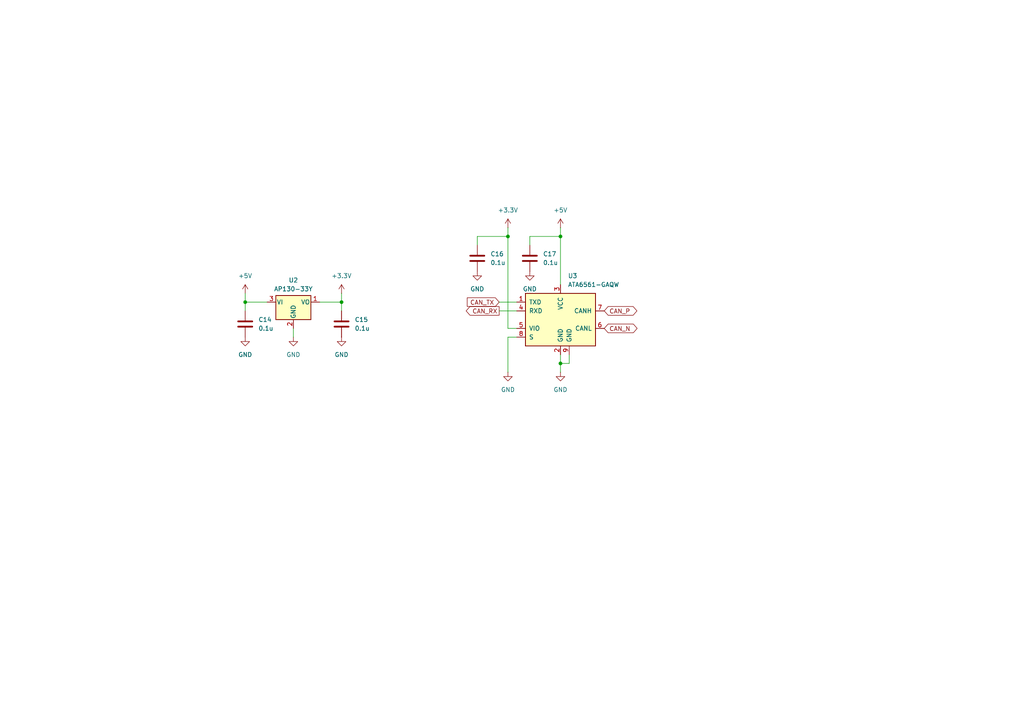
<source format=kicad_sch>
(kicad_sch (version 20250114) (generator "eeschema") (generator_version "9.0")
  (paper "A4")
  (lib_symbols
    (symbol "Device:C" (pin_numbers (hide yes)) (pin_names (offset 0.254))
      (property "Reference" "C" (at 0.635 2.54 0))
      (property "Value" "C" (at 0.635 -2.54 0))
      (symbol "C_0_1"
        (polyline (pts (xy -2.032 0.762) (xy 2.032 0.762)) (stroke (width 0.508)))
        (polyline (pts (xy -2.032 -0.762) (xy 2.032 -0.762)) (stroke (width 0.508)))
      )
      (symbol "C_1_1"
        (pin passive line (at 0 3.81 270) (length 2.794) (name "~") (number "1"))
        (pin passive line (at 0 -3.81 90) (length 2.794) (name "~") (number "2"))
      )
    )
    (symbol "Regulator_Linear:AP130-33Y" (pin_names (offset 0.254))
      (property "Reference" "U" (at -3.81 3.175 0))
      (property "Value" "AP130-33Y" (at 0 3.175 0))
      (symbol "AP130-33Y_0_1"
        (rectangle (start -5.08 1.905) (end 5.08 -5.08) (stroke (width 0.254)) (fill (type background)))
      )
      (symbol "AP130-33Y_1_1"
        (pin power_in line (at -7.62 0 0) (length 2.54) (name "VI") (number "3"))
        (pin power_in line (at 0 -7.62 90) (length 2.54) (name "GND") (number "2"))
        (pin power_out line (at 7.62 0 180) (length 2.54) (name "VO") (number "1"))
      )
    )
    (symbol "circuit-mecha-donald:ATA6561-GAQW" (pin_names (offset 1.016))
      (property "Reference" "U" (at -10.16 8.89 0))
      (property "Value" "ATA6561-GAQW" (at 1.27 8.89 0))
      (symbol "ATA6561-GAQW_0_1"
        (rectangle (start -10.16 7.62) (end 10.16 -7.62) (stroke (width 0.254)) (fill (type background)))
      )
      (symbol "ATA6561-GAQW_1_1"
        (pin input line (at -12.7 5.08 0) (length 2.54) (name "TXD") (number "1"))
        (pin output line (at -12.7 2.54 0) (length 2.54) (name "RXD") (number "4"))
        (pin power_in line (at -12.7 -2.54 0) (length 2.54) (name "VIO") (number "5"))
        (pin input line (at -12.7 -5.08 0) (length 2.54) (name "S") (number "8"))
        (pin power_in line (at 0 10.16 270) (length 2.54) (name "VCC") (number "3"))
        (pin power_in line (at 0 -10.16 90) (length 2.54) (name "GND") (number "2"))
        (pin power_in line (at 2.54 -10.16 90) (length 2.54) (name "GND") (number "9"))
        (pin bidirectional line (at 12.7 2.54 180) (length 2.54) (name "CANH") (number "7"))
        (pin bidirectional line (at 12.7 -2.54 180) (length 2.54) (name "CANL") (number "6"))
      )
    )
    (symbol "power:+3.3V" (power) (pin_numbers (hide yes)) (pin_names (offset 0) (hide yes))
      (property "Value" "+3.3V" (at 0 3.556 0))
      (symbol "+3.3V_0_1"
        (polyline (pts (xy -0.762 1.27) (xy 0 2.54)))
        (polyline (pts (xy 0 2.54) (xy 0.762 1.27)))
        (polyline (pts (xy 0 0) (xy 0 2.54)))
      )
      (symbol "+3.3V_1_1"
        (pin power_in line (at 0 0 90) (length 0) (name "~") (number "1"))
      )
    )
    (symbol "power:+5V" (power) (pin_numbers (hide yes)) (pin_names (offset 0) (hide yes))
      (property "Value" "+5V" (at 0 3.556 0))
      (symbol "+5V_0_1"
        (polyline (pts (xy -0.762 1.27) (xy 0 2.54)))
        (polyline (pts (xy 0 2.54) (xy 0.762 1.27)))
        (polyline (pts (xy 0 0) (xy 0 2.54)))
      )
      (symbol "+5V_1_1"
        (pin power_in line (at 0 0 90) (length 0) (name "~") (number "1"))
      )
    )
    (symbol "power:GND" (power) (pin_numbers (hide yes)) (pin_names (offset 0) (hide yes))
      (property "Value" "GND" (at 0 -3.81 0))
      (symbol "GND_0_1"
        (polyline (pts (xy 0 0) (xy 0 -1.27) (xy 1.27 -1.27) (xy 0 -2.54) (xy -1.27 -1.27) (xy 0 -1.27)))
      )
      (symbol "GND_1_1"
        (pin power_in line (at 0 0 270) (length 0) (name "~") (number "1"))
      )
    )
  )
  (junction (at 147.32 68.58))
  (junction (at 162.56 68.58))
  (junction (at 99.06 87.63))
  (junction (at 71.12 87.63))
  (junction (at 162.56 105.41))
  (wire (pts (xy 92.71 87.63) (xy 99.06 87.63)))
  (wire (pts (xy 162.56 68.58) (xy 153.67 68.58)))
  (wire (pts (xy 162.56 105.41) (xy 162.56 107.95)))
  (wire (pts (xy 138.43 68.58) (xy 138.43 71.12)))
  (wire (pts (xy 147.32 107.95) (xy 147.32 97.79)))
  (wire (pts (xy 71.12 87.63) (xy 71.12 90.17)))
  (wire (pts (xy 153.67 68.58) (xy 153.67 71.12)))
  (wire (pts (xy 147.32 66.04) (xy 147.32 68.58)))
  (wire (pts (xy 162.56 82.55) (xy 162.56 68.58)))
  (wire (pts (xy 162.56 102.87) (xy 162.56 105.41)))
  (wire (pts (xy 71.12 87.63) (xy 77.47 87.63)))
  (wire (pts (xy 99.06 85.09) (xy 99.06 87.63)))
  (wire (pts (xy 162.56 66.04) (xy 162.56 68.58)))
  (wire (pts (xy 99.06 87.63) (xy 99.06 90.17)))
  (wire (pts (xy 165.1 105.41) (xy 162.56 105.41)))
  (wire (pts (xy 165.1 102.87) (xy 165.1 105.41)))
  (wire (pts (xy 147.32 68.58) (xy 147.32 95.25)))
  (wire (pts (xy 144.78 90.17) (xy 149.86 90.17)))
  (wire (pts (xy 71.12 85.09) (xy 71.12 87.63)))
  (wire (pts (xy 147.32 68.58) (xy 138.43 68.58)))
  (wire (pts (xy 149.86 95.25) (xy 147.32 95.25)))
  (wire (pts (xy 85.09 95.25) (xy 85.09 97.79)))
  (wire (pts (xy 144.78 87.63) (xy 149.86 87.63)))
  (wire (pts (xy 147.32 97.79) (xy 149.86 97.79)))
  (global_label "CAN_N" (shape bidirectional) (at 175.26 95.25 0) (property "Intersheetrefs" "${INTERSHEET_REFS}" (effects (hide yes))))
  (global_label "CAN_TX" (shape input) (at 144.78 87.63 180) (property "Intersheetrefs" "${INTERSHEET_REFS}" (effects (hide yes))))
  (global_label "CAN_P" (shape bidirectional) (at 175.26 90.17 0) (property "Intersheetrefs" "${INTERSHEET_REFS}" (effects (hide yes))))
  (global_label "CAN_RX" (shape output) (at 144.78 90.17 180) (property "Intersheetrefs" "${INTERSHEET_REFS}" (effects (hide yes))))
  (symbol (lib_id "power:GND") (at 153.67 78.74 0) (unit 1)
    (property "Reference" "#PWR023" (effects (hide yes)))
    (property "Value" "GND" (at 153.67 83.82 0))
    (property "Description" "Power symbol creates a global label with name \"GND\" , ground" (effects (hide yes)))
  )
  (symbol (lib_id "power:+5V") (at 71.12 85.09 0) (unit 1)
    (property "Reference" "#PWR030" (effects (hide yes)))
    (property "Value" "+5V" (at 71.12 80.01 0))
    (property "Description" "Power symbol creates a global label with name \"+5V\"" (effects (hide yes)))
  )
  (symbol (lib_id "Device:C") (at 153.67 74.93 0) (unit 1)
    (property "Reference" "C17" (at 157.48 73.6599 0) (effects (justify left)))
    (property "Value" "0.1u" (at 157.48 76.1999 0) (effects (justify left)))
    (property "Description" "Unpolarized capacitor" (effects (hide yes)))
  )
  (symbol (lib_id "power:GND") (at 138.43 78.74 0) (unit 1)
    (property "Reference" "#PWR026" (effects (hide yes)))
    (property "Value" "GND" (at 138.43 83.82 0))
    (property "Description" "Power symbol creates a global label with name \"GND\" , ground" (effects (hide yes)))
  )
  (symbol (lib_id "power:+3.3V") (at 99.06 85.09 0) (unit 1)
    (property "Reference" "#PWR031" (effects (hide yes)))
    (property "Value" "+3.3V" (at 99.06 80.01 0))
    (property "Description" "Power symbol creates a global label with name \"+3.3V\"" (effects (hide yes)))
  )
  (symbol (lib_id "Device:C") (at 138.43 74.93 0) (unit 1)
    (property "Reference" "C16" (at 142.24 73.6599 0) (effects (justify left)))
    (property "Value" "0.1u" (at 142.24 76.1999 0) (effects (justify left)))
    (property "Description" "Unpolarized capacitor" (effects (hide yes)))
  )
  (symbol (lib_id "power:GND") (at 162.56 107.95 0) (unit 1)
    (property "Reference" "#PWR021" (effects (hide yes)))
    (property "Value" "GND" (at 162.56 113.03 0))
    (property "Description" "Power symbol creates a global label with name \"GND\" , ground" (effects (hide yes)))
  )
  (symbol (lib_id "power:GND") (at 99.06 97.79 0) (unit 1)
    (property "Reference" "#PWR028" (effects (hide yes)))
    (property "Value" "GND" (at 99.06 102.87 0))
    (property "Description" "Power symbol creates a global label with name \"GND\" , ground" (effects (hide yes)))
  )
  (symbol (lib_id "power:GND") (at 147.32 107.95 0) (unit 1)
    (property "Reference" "#PWR022" (effects (hide yes)))
    (property "Value" "GND" (at 147.32 113.03 0))
    (property "Description" "Power symbol creates a global label with name \"GND\" , ground" (effects (hide yes)))
  )
  (symbol (lib_id "circuit-mecha-donald:ATA6561-GAQW") (at 162.56 92.71 0) (unit 1)
    (property "Reference" "U3" (at 164.7033 80.01 0) (effects (justify left)))
    (property "Value" "ATA6561-GAQW" (at 164.7033 82.55 0) (effects (justify left)))
    (property "Footprint" "Package_SO:SOIC-8-1EP_3.9x4.9mm_P1.27mm_EP2.95x4.9mm_Mask2.71x3.4mm" (effects (hide yes)))
    (property "Datasheet" "https://ww1.microchip.com/downloads/aemDocuments/documents/OTH/ProductDocuments/DataSheets/20005991B.pdf" (effects (hide yes)))
    (property "Description" "High-Speed CAN Transceiver, separate VIO, standby pin, SO-8" (effects (hide yes)))
  )
  (symbol (lib_id "power:GND") (at 71.12 97.79 0) (unit 1)
    (property "Reference" "#PWR027" (effects (hide yes)))
    (property "Value" "GND" (at 71.12 102.87 0))
    (property "Description" "Power symbol creates a global label with name \"GND\" , ground" (effects (hide yes)))
  )
  (symbol (lib_id "Regulator_Linear:AP130-33Y") (at 85.09 87.63 0) (unit 1)
    (property "Reference" "U2" (at 85.09 81.28 0))
    (property "Value" "AP130-33Y" (at 85.09 83.82 0))
    (property "Footprint" "Package_TO_SOT_SMD:SOT-89-3" (effects (hide yes)))
    (property "Datasheet" "https://www.diodes.com/assets/Datasheets/AP130.pdf" (effects (hide yes)))
    (property "Description" "0.3A Low Dropout regulator, positive, 3.3V fixed output, SOT-89" (effects (hide yes)))
  )
  (symbol (lib_id "power:+5V") (at 162.56 66.04 0) (unit 1)
    (property "Reference" "#PWR024" (effects (hide yes)))
    (property "Value" "+5V" (at 162.56 60.96 0))
    (property "Description" "Power symbol creates a global label with name \"+5V\"" (effects (hide yes)))
  )
  (symbol (lib_id "power:GND") (at 85.09 97.79 0) (unit 1)
    (property "Reference" "#PWR029" (effects (hide yes)))
    (property "Value" "GND" (at 85.09 102.87 0))
    (property "Description" "Power symbol creates a global label with name \"GND\" , ground" (effects (hide yes)))
  )
  (symbol (lib_id "power:+3.3V") (at 147.32 66.04 0) (unit 1)
    (property "Reference" "#PWR025" (effects (hide yes)))
    (property "Value" "+3.3V" (at 147.32 60.96 0))
    (property "Description" "Power symbol creates a global label with name \"+3.3V\"" (effects (hide yes)))
  )
  (symbol (lib_id "Device:C") (at 99.06 93.98 0) (unit 1)
    (property "Reference" "C15" (at 102.87 92.7099 0) (effects (justify left)))
    (property "Value" "0.1u" (at 102.87 95.2499 0) (effects (justify left)))
    (property "Description" "Unpolarized capacitor" (effects (hide yes)))
  )
  (symbol (lib_id "Device:C") (at 71.12 93.98 0) (unit 1)
    (property "Reference" "C14" (at 74.93 92.7099 0) (effects (justify left)))
    (property "Value" "0.1u" (at 74.93 95.2499 0) (effects (justify left)))
    (property "Description" "Unpolarized capacitor" (effects (hide yes)))
  )
)
</source>
